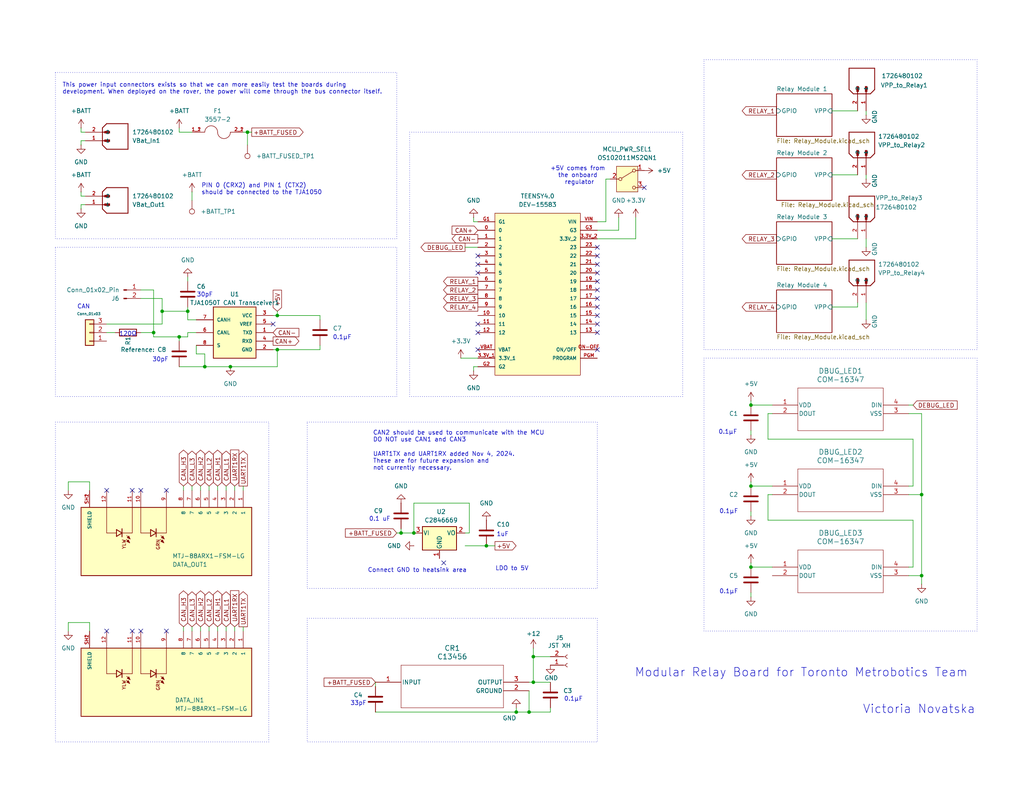
<source format=kicad_sch>
(kicad_sch (version 20231120) (generator "eeschema") (generator_version "8.0")
  (paper "User" 304.8 236.22)
  (lib_symbols
    (symbol "2025-02-13_02-19-55:L7812CD2T-TR" (pin_names (offset 0.254))
      (property "Reference" "CR" (at 22.86 10.16 0))
      (property "Value" "L7812CD2T-TR" (at 22.86 7.62 0))
      (symbol "L7812CD2T-TR_0_1"
        (pin input line (at 0 0 0) (length 7.62) (name "INPUT") (number "1"))
        (pin power_out line (at 45.72 -2.54 180) (length 7.62) (name "GROUND") (number "2"))
        (pin output line (at 45.72 0 180) (length 7.62) (name "OUTPUT") (number "3"))
      )
    )
    (symbol "Communications:TJA1050T_CM_118" (pin_names (offset 1.016))
      (property "Reference" "U" (at 0 11.43 0))
      (property "Value" "TJA1050T_CM_118" (at 0 8.89 0))
      (symbol "TJA1050T_CM_118_0_0"
        (pin input line (at 11.43 0 180) (length 5.08) (name "TXD") (number "1"))
        (pin power_in line (at 11.43 -5.08 180) (length 5.08) (name "GND") (number "2"))
        (pin power_in line (at 11.43 5.08 180) (length 5.08) (name "VCC") (number "3"))
        (pin output line (at 11.43 -2.54 180) (length 5.08) (name "RXD") (number "4"))
        (pin output line (at 11.43 2.54 180) (length 5.08) (name "VREF") (number "5"))
        (pin bidirectional line (at -11.43 0 0) (length 5.08) (name "CANL") (number "6"))
        (pin bidirectional line (at -11.43 3.81 0) (length 5.08) (name "CANH") (number "7"))
        (pin input line (at -11.43 -3.81 0) (length 5.08) (name "S") (number "8"))
      )
    )
    (symbol "Connector:Conn_01x02_Pin" (pin_names (offset 1.016) hide)
      (property "Reference" "J" (at 0 2.54 0))
      (property "Value" "Conn_01x02_Pin" (at 0 -5.08 0))
      (symbol "Conn_01x02_Pin_1_1"
        (pin passive line (at 5.08 0 180) (length 3.81) (name "Pin_1") (number "1"))
        (pin passive line (at 5.08 -2.54 180) (length 3.81) (name "Pin_2") (number "2"))
      )
    )
    (symbol "Connector:Conn_01x02_Socket" (pin_names (offset 1.016) hide)
      (property "Reference" "J" (at 0 2.54 0))
      (property "Value" "Conn_01x02_Socket" (at 0 -5.08 0))
      (symbol "Conn_01x02_Socket_1_1"
        (pin passive line (at -5.08 0 0) (length 3.81) (name "Pin_1") (number "1"))
        (pin passive line (at -5.08 -2.54 0) (length 3.81) (name "Pin_2") (number "2"))
      )
    )
    (symbol "Connector:TestPoint" (pin_numbers hide) (pin_names (offset 0.762) hide)
      (property "Reference" "TP" (at 0 6.858 0))
      (property "Value" "TestPoint" (at 0 5.08 0))
      (symbol "TestPoint_1_1"
        (pin passive line (at 0 0 90) (length 2.54) (name "1") (number "1"))
      )
    )
    (symbol "Connector_Generic:Conn_01x03" (pin_names (offset 1.016) hide)
      (property "Reference" "J" (at 0 5.08 0))
      (property "Value" "Conn_01x03" (at 0 -5.08 0))
      (symbol "Conn_01x03_1_1"
        (pin passive line (at -5.08 2.54 0) (length 3.81) (name "Pin_1") (number "1"))
        (pin passive line (at -5.08 0 0) (length 3.81) (name "Pin_2") (number "2"))
        (pin passive line (at -5.08 -2.54 0) (length 3.81) (name "Pin_3") (number "3"))
      )
    )
    (symbol "Device:C" (pin_numbers hide) (pin_names (offset 0.254))
      (property "Reference" "C" (at 0.635 2.54 0))
      (property "Value" "C" (at 0.635 -2.54 0))
      (symbol "C_1_1"
        (pin passive line (at 0 3.81 270) (length 2.794) (name "~") (number "1"))
        (pin passive line (at 0 -3.81 90) (length 2.794) (name "~") (number "2"))
      )
    )
    (symbol "Device:R" (pin_numbers hide) (pin_names (offset 0))
      (property "Reference" "R" (at 2.032 0 90))
      (property "Value" "R" (at 0 0 90))
      (symbol "R_1_1"
        (pin passive line (at 0 3.81 270) (length 1.27) (name "~") (number "1"))
        (pin passive line (at 0 -3.81 90) (length 1.27) (name "~") (number "2"))
      )
    )
    (symbol "Regulator_Linear:AP2127N3-1.2" (pin_names (offset 0.254))
      (property "Reference" "U" (at -3.81 3.175 0))
      (property "Value" "AP2127N3-1.2" (at 0 3.175 0))
      (symbol "AP2127N3-1.2_1_1"
        (pin power_in line (at 0 -7.62 90) (length 2.54) (name "GND") (number "1"))
        (pin power_out line (at 7.62 0 180) (length 2.54) (name "VO") (number "2"))
        (pin power_in line (at -7.62 0 0) (length 2.54) (name "VI") (number "3"))
      )
    )
    (symbol "TMR-25-1-1-0 Modular Control Board Template Symbols:1726480102" (pin_names (offset 1.016))
      (property "Reference" "J" (at 0 3.81 0))
      (property "Value" "1726480102" (at 0 -7.62 0))
      (symbol "1726480102_0_0"
        (pin passive line (at -5.08 0 0) (length 5.08) (name "1") (number "1"))
        (pin passive line (at -5.08 -2.54 0) (length 5.08) (name "2") (number "2"))
      )
    )
    (symbol "TMR-25-1-1-0 Modular Control Board Template Symbols:3557-2" (pin_names (offset 1.016))
      (property "Reference" "F" (at -2.54 5.08 0))
      (property "Value" "3557-2" (at -2.54 -5.08 0))
      (symbol "3557-2_0_0"
        (pin passive line (at -7.62 0 0) (length 2.54) (name "~") (number "1_1"))
        (pin passive line (at 7.62 0 180) (length 2.54) (name "~") (number "2_1"))
      )
      (symbol "3557-2_1_0"
        (pin passive line (at -7.62 0 0) (length 2.54) (name "~") (number "1_2"))
        (pin passive line (at 7.62 0 180) (length 2.54) (name "~") (number "2_2"))
      )
    )
    (symbol "TMR-25-1-1-0 Modular Control Board Template Symbols:COM-16347" (pin_names (offset 0.254))
      (property "Reference" "LED" (at 0 11.43 0))
      (property "Value" "COM-16347" (at 0 8.89 0))
      (symbol "COM-16347_0_1"
        (pin power_in line (at -20.32 1.27 0) (length 7.62) (name "VDD") (number "1"))
        (pin output line (at -20.32 -1.27 0) (length 7.62) (name "DOUT") (number "2"))
        (pin power_out line (at 20.32 -1.27 180) (length 7.62) (name "VSS") (number "3"))
        (pin input line (at 20.32 1.27 180) (length 7.62) (name "DIN") (number "4"))
      )
    )
    (symbol "TMR-25-1-1-0 Modular Control Board Template Symbols:DEV-15583" (pin_names (offset 1.016))
      (property "Reference" "U" (at -12.7 23.622 0))
      (property "Value" "DEV-15583" (at -12.7 -27.94 0))
      (symbol "DEV-15583_0_0"
        (pin bidirectional line (at -17.78 17.78 0) (length 5.08) (name "0") (number "0"))
        (pin bidirectional line (at -17.78 15.24 0) (length 5.08) (name "1") (number "1"))
        (pin bidirectional line (at -17.78 -7.62 0) (length 5.08) (name "10") (number "10"))
        (pin bidirectional line (at -17.78 -10.16 0) (length 5.08) (name "11") (number "11"))
        (pin bidirectional line (at -17.78 -12.7 0) (length 5.08) (name "12") (number "12"))
        (pin bidirectional line (at 17.78 -12.7 180) (length 5.08) (name "13") (number "13"))
        (pin bidirectional line (at 17.78 -10.16 180) (length 5.08) (name "14") (number "14"))
        (pin bidirectional line (at 17.78 -7.62 180) (length 5.08) (name "15") (number "15"))
        (pin bidirectional line (at 17.78 -5.08 180) (length 5.08) (name "16") (number "16"))
        (pin bidirectional line (at 17.78 -2.54 180) (length 5.08) (name "17") (number "17"))
        (pin bidirectional line (at 17.78 0 180) (length 5.08) (name "18") (number "18"))
        (pin bidirectional line (at 17.78 2.54 180) (length 5.08) (name "19") (number "19"))
        (pin bidirectional line (at -17.78 12.7 0) (length 5.08) (name "2") (number "2"))
        (pin bidirectional line (at 17.78 5.08 180) (length 5.08) (name "20") (number "20"))
        (pin bidirectional line (at 17.78 7.62 180) (length 5.08) (name "21") (number "21"))
        (pin bidirectional line (at 17.78 10.16 180) (length 5.08) (name "22") (number "22"))
        (pin bidirectional line (at 17.78 12.7 180) (length 5.08) (name "23") (number "23"))
        (pin bidirectional line (at -17.78 10.16 0) (length 5.08) (name "3") (number "3"))
        (pin power_in line (at -17.78 -20.32 0) (length 5.08) (name "3.3V_1") (number "3.3V_1"))
        (pin power_in line (at 17.78 15.24 180) (length 5.08) (name "3.3V_2") (number "3.3V_2"))
        (pin bidirectional line (at -17.78 7.62 0) (length 5.08) (name "4") (number "4"))
        (pin bidirectional line (at -17.78 5.08 0) (length 5.08) (name "5") (number "5"))
        (pin bidirectional line (at -17.78 2.54 0) (length 5.08) (name "6") (number "6"))
        (pin bidirectional line (at -17.78 0 0) (length 5.08) (name "7") (number "7"))
        (pin bidirectional line (at -17.78 -2.54 0) (length 5.08) (name "8") (number "8"))
        (pin bidirectional line (at -17.78 -5.08 0) (length 5.08) (name "9") (number "9"))
        (pin power_in line (at -17.78 20.32 0) (length 5.08) (name "G1") (number "G1"))
        (pin power_in line (at -17.78 -22.86 0) (length 5.08) (name "G2") (number "G2"))
        (pin power_in line (at 17.78 17.78 180) (length 5.08) (name "G3") (number "G3"))
        (pin bidirectional line (at 17.78 -17.78 180) (length 5.08) (name "ON/OFF") (number "ON-OFF"))
        (pin bidirectional line (at 17.78 -20.32 180) (length 5.08) (name "PROGRAM") (number "PGM"))
        (pin power_in line (at -17.78 -17.78 0) (length 5.08) (name "VBAT") (number "VBAT"))
        (pin power_in line (at 17.78 20.32 180) (length 5.08) (name "VIN") (number "VIN"))
      )
    )
    (symbol "TMR-25-1-1-0 Modular Control Board Template Symbols:MTJ-88ARX1-FSM-LG" (pin_names (offset 1.016))
      (property "Reference" "J" (at -10.16 26.67 0))
      (property "Value" "MTJ-88ARX1-FSM-LG" (at -10.16 -26.67 0))
      (symbol "MTJ-88ARX1-FSM-LG_0_0"
        (text "GRN" (at -0.762 -3.048 0) (effects (font (size 1.016 1.016)) (justify left top)))
        (text "YLW" (at -0.762 -13.208 0) (effects (font (size 1.016 1.016)) (justify left top)))
        (pin passive line (at -15.24 22.86 0) (length 5.08) (name "1") (number "1"))
        (pin passive line (at -15.24 -7.62 0) (length 5.08) (name "~") (number "10"))
        (pin passive line (at -15.24 -10.16 0) (length 5.08) (name "~") (number "11"))
        (pin passive line (at -15.24 -17.78 0) (length 5.08) (name "~") (number "12"))
        (pin passive line (at -15.24 20.32 0) (length 5.08) (name "2") (number "2"))
        (pin passive line (at -15.24 17.78 0) (length 5.08) (name "3") (number "3"))
        (pin passive line (at -15.24 15.24 0) (length 5.08) (name "4") (number "4"))
        (pin passive line (at -15.24 12.7 0) (length 5.08) (name "5") (number "5"))
        (pin passive line (at -15.24 10.16 0) (length 5.08) (name "6") (number "6"))
        (pin passive line (at -15.24 7.62 0) (length 5.08) (name "7") (number "7"))
        (pin passive line (at -15.24 5.08 0) (length 5.08) (name "8") (number "8"))
        (pin passive line (at -15.24 0 0) (length 5.08) (name "~") (number "9"))
        (pin passive line (at -15.24 -22.86 0) (length 5.08) (name "SHIELD") (number "SH1"))
        (pin passive line (at -15.24 -22.86 0) (length 5.08) (name "SHIELD") (number "SH2"))
      )
    )
    (symbol "TMR-25-1-1-0 Modular Control Board Template Symbols:OS102011MS2QN1" (pin_names (offset 0) hide)
      (property "Reference" "SW" (at 0 5.08 0))
      (property "Value" "OS102011MS2QN1" (at 0 -5.08 0))
      (symbol "OS102011MS2QN1_1_1"
        (pin passive line (at 5.08 2.54 180) (length 2.54) (name "A") (number "1"))
        (pin passive line (at -5.08 0 0) (length 2.54) (name "B") (number "2"))
        (pin passive line (at 5.08 -2.54 180) (length 2.54) (name "C") (number "3"))
      )
    )
    (symbol "power:+3.3V" (power) (pin_numbers hide) (pin_names (offset 0) hide)
      (property "Value" "+3.3V" (at 0 3.556 0))
      (symbol "+3.3V_1_1"
        (pin power_in line (at 0 0 90) (length 0) (name "~") (number "1"))
      )
    )
    (symbol "power:+5V" (power) (pin_numbers hide) (pin_names (offset 0) hide)
      (property "Value" "+5V" (at 0 3.556 0))
      (symbol "+5V_1_1"
        (pin power_in line (at 0 0 90) (length 0) (name "~") (number "1"))
      )
    )
    (symbol "power:+BATT" (power) (pin_numbers hide) (pin_names (offset 0) hide)
      (property "Value" "+BATT" (at 0 3.556 0))
      (symbol "+BATT_1_1"
        (pin power_in line (at 0 0 90) (length 0) (name "~") (number "1"))
      )
    )
    (symbol "power:GND" (power) (pin_numbers hide) (pin_names (offset 0) hide)
      (property "Value" "GND" (at 0 -3.81 0))
      (symbol "GND_1_1"
        (pin power_in line (at 0 0 270) (length 0) (name "~") (number "1"))
      )
    )
  )
  (junction (at 68.58 109.22))
  (junction (at 153.67 212.09))
  (junction (at 158.75 203.2))
  (junction (at 223.52 144.78))
  (junction (at 48.26 92.71))
  (junction (at 274.32 147.32))
  (junction (at 158.75 195.58))
  (junction (at 223.52 168.91))
  (junction (at 82.55 93.98))
  (junction (at 119.38 158.75))
  (junction (at 157.48 212.09))
  (junction (at 82.55 104.14))
  (junction (at 144.78 162.56))
  (junction (at 55.88 92.71))
  (junction (at 123.19 158.75))
  (junction (at 274.32 171.45))
  (junction (at 73.66 39.37))
  (junction (at 45.72 99.06))
  (junction (at 53.34 100.33))
  (junction (at 223.52 120.65))
  (junction (at 60.96 109.22))
  (no_connect (at 177.8 73.66))
  (no_connect (at 177.8 83.82))
  (no_connect (at 39.37 187.96))
  (no_connect (at 142.24 81.28))
  (no_connect (at 177.8 88.9))
  (no_connect (at 39.37 146.05))
  (no_connect (at 177.8 78.74))
  (no_connect (at 132.08 167.64))
  (no_connect (at 177.8 99.06))
  (no_connect (at 177.8 96.52))
  (no_connect (at 81.28 96.52))
  (no_connect (at 177.8 93.98))
  (no_connect (at 142.24 76.2))
  (no_connect (at 49.53 187.96))
  (no_connect (at 142.24 78.74))
  (no_connect (at 142.24 104.14))
  (no_connect (at 41.91 187.96))
  (no_connect (at 177.8 104.14))
  (no_connect (at 177.8 81.28))
  (no_connect (at 177.8 86.36))
  (no_connect (at 142.24 99.06))
  (no_connect (at 177.8 91.44))
  (no_connect (at 191.77 55.88))
  (no_connect (at 31.75 187.96))
  (no_connect (at 177.8 76.2))
  (no_connect (at 142.24 96.52))
  (no_connect (at 31.75 146.05))
  (no_connect (at 41.91 146.05))
  (no_connect (at 49.53 146.05))
  (wire (pts (xy 163.83 212.09) (xy 163.83 210.82)))
  (wire (pts (xy 55.88 99.06) (xy 55.88 100.33)))
  (wire (pts (xy 247.65 33.02) (xy 255.27 33.02)))
  (wire (pts (xy 111.76 212.09) (xy 153.67 212.09)))
  (wire (pts (xy 82.55 109.22) (xy 68.58 109.22)))
  (wire (pts (xy 95.25 95.25) (xy 95.25 93.98)))
  (wire (pts (xy 271.78 144.78) (xy 270.51 144.78)))
  (wire (pts (xy 25.4 60.96) (xy 24.13 60.96)))
  (wire (pts (xy 59.69 144.78) (xy 59.69 146.05)))
  (wire (pts (xy 62.23 186.69) (xy 62.23 187.96)))
  (wire (pts (xy 64.77 144.78) (xy 64.77 146.05)))
  (wire (pts (xy 257.81 33.02) (xy 257.81 34.29)))
  (wire (pts (xy 158.75 195.58) (xy 163.83 195.58)))
  (wire (pts (xy 189.23 64.77) (xy 189.23 71.12)))
  (wire (pts (xy 271.78 168.91) (xy 270.51 168.91)))
  (wire (pts (xy 140.97 109.22) (xy 142.24 109.22)))
  (wire (pts (xy 228.6 123.19) (xy 228.6 130.81)))
  (wire (pts (xy 82.55 104.14) (xy 81.28 104.14)))
  (wire (pts (xy 72.39 144.78) (xy 72.39 146.05)))
  (wire (pts (xy 41.91 86.36) (xy 45.72 86.36)))
  (wire (pts (xy 274.32 147.32) (xy 274.32 171.45)))
  (wire (pts (xy 271.78 130.81) (xy 271.78 144.78)))
  (wire (pts (xy 24.13 58.42) (xy 25.4 58.42)))
  (wire (pts (xy 41.91 88.9) (xy 48.26 88.9)))
  (wire (pts (xy 54.61 144.78) (xy 54.61 146.05)))
  (wire (pts (xy 255.27 90.17) (xy 255.27 91.44)))
  (wire (pts (xy 57.15 57.15) (xy 57.15 59.69)))
  (wire (pts (xy 69.85 144.78) (xy 69.85 146.05)))
  (wire (pts (xy 73.66 39.37) (xy 74.93 39.37)))
  (wire (pts (xy 64.77 186.69) (xy 64.77 187.96)))
  (wire (pts (xy 55.88 95.25) (xy 58.42 95.25)))
  (wire (pts (xy 20.32 187.96) (xy 20.32 185.42)))
  (wire (pts (xy 123.19 149.86) (xy 139.7 149.86)))
  (wire (pts (xy 157.48 203.2) (xy 158.75 203.2)))
  (wire (pts (xy 257.81 90.17) (xy 257.81 95.25)))
  (wire (pts (xy 57.15 39.37) (xy 53.34 39.37)))
  (wire (pts (xy 53.34 100.33) (xy 55.88 100.33)))
  (wire (pts (xy 24.13 57.15) (xy 24.13 58.42)))
  (wire (pts (xy 55.88 92.71) (xy 55.88 95.25)))
  (wire (pts (xy 274.32 123.19) (xy 270.51 123.19)))
  (wire (pts (xy 24.13 62.23) (xy 24.13 60.96)))
  (wire (pts (xy 55.88 99.06) (xy 58.42 99.06)))
  (wire (pts (xy 228.6 130.81) (xy 271.78 130.81)))
  (wire (pts (xy 137.16 106.68) (xy 142.24 106.68)))
  (wire (pts (xy 223.52 143.51) (xy 223.52 144.78)))
  (wire (pts (xy 138.43 73.66) (xy 142.24 73.66)))
  (wire (pts (xy 55.88 91.44) (xy 55.88 92.71)))
  (wire (pts (xy 228.6 147.32) (xy 228.6 154.94)))
  (wire (pts (xy 257.81 71.12) (xy 257.81 73.66)))
  (wire (pts (xy 158.75 195.58) (xy 158.75 203.2)))
  (wire (pts (xy 26.67 143.51) (xy 26.67 146.05)))
  (wire (pts (xy 180.34 66.04) (xy 177.8 66.04)))
  (wire (pts (xy 48.26 88.9) (xy 48.26 92.71)))
  (wire (pts (xy 223.52 167.64) (xy 223.52 168.91)))
  (wire (pts (xy 223.52 176.53) (xy 223.52 177.8)))
  (wire (pts (xy 180.34 53.34) (xy 181.61 53.34)))
  (wire (pts (xy 247.65 71.12) (xy 255.27 71.12)))
  (wire (pts (xy 68.58 109.22) (xy 60.96 109.22)))
  (wire (pts (xy 48.26 96.52) (xy 48.26 92.71)))
  (wire (pts (xy 95.25 104.14) (xy 82.55 104.14)))
  (wire (pts (xy 57.15 186.69) (xy 57.15 187.96)))
  (wire (pts (xy 158.75 193.04) (xy 158.75 195.58)))
  (wire (pts (xy 229.87 147.32) (xy 228.6 147.32)))
  (wire (pts (xy 95.25 102.87) (xy 95.25 104.14)))
  (wire (pts (xy 45.72 99.06) (xy 45.72 100.33)))
  (wire (pts (xy 118.11 158.75) (xy 119.38 158.75)))
  (wire (pts (xy 139.7 158.75) (xy 138.43 158.75)))
  (wire (pts (xy 189.23 71.12) (xy 177.8 71.12)))
  (wire (pts (xy 58.42 105.41) (xy 60.96 105.41)))
  (wire (pts (xy 271.78 120.65) (xy 270.51 120.65)))
  (wire (pts (xy 119.38 158.75) (xy 119.38 157.48)))
  (wire (pts (xy 140.97 110.49) (xy 140.97 109.22)))
  (wire (pts (xy 26.67 185.42) (xy 26.67 187.96)))
  (wire (pts (xy 24.13 38.1) (xy 24.13 39.37)))
  (wire (pts (xy 184.15 68.58) (xy 177.8 68.58)))
  (wire (pts (xy 163.83 212.09) (xy 157.48 212.09)))
  (wire (pts (xy 69.85 186.69) (xy 69.85 187.96)))
  (wire (pts (xy 60.96 105.41) (xy 60.96 109.22)))
  (wire (pts (xy 59.69 186.69) (xy 59.69 187.96)))
  (wire (pts (xy 119.38 158.75) (xy 123.19 158.75)))
  (wire (pts (xy 184.15 64.77) (xy 184.15 68.58)))
  (wire (pts (xy 55.88 82.55) (xy 55.88 83.82)))
  (wire (pts (xy 58.42 102.87) (xy 58.42 105.41)))
  (wire (pts (xy 223.52 144.78) (xy 229.87 144.78)))
  (wire (pts (xy 180.34 53.34) (xy 180.34 66.04)))
  (wire (pts (xy 67.31 144.78) (xy 67.31 146.05)))
  (wire (pts (xy 158.75 203.2) (xy 163.83 203.2)))
  (wire (pts (xy 140.97 66.04) (xy 140.97 64.77)))
  (wire (pts (xy 24.13 39.37) (xy 25.4 39.37)))
  (wire (pts (xy 53.34 100.33) (xy 53.34 101.6)))
  (wire (pts (xy 271.78 154.94) (xy 271.78 168.91)))
  (wire (pts (xy 138.43 162.56) (xy 144.78 162.56)))
  (wire (pts (xy 73.66 43.18) (xy 73.66 39.37)))
  (wire (pts (xy 153.67 210.82) (xy 153.67 212.09)))
  (wire (pts (xy 274.32 123.19) (xy 274.32 147.32)))
  (wire (pts (xy 247.65 52.07) (xy 255.27 52.07)))
  (wire (pts (xy 229.87 123.19) (xy 228.6 123.19)))
  (wire (pts (xy 24.13 43.18) (xy 24.13 41.91)))
  (wire (pts (xy 41.91 99.06) (xy 45.72 99.06)))
  (wire (pts (xy 274.32 173.99) (xy 274.32 171.45)))
  (wire (pts (xy 82.55 104.14) (xy 82.55 109.22)))
  (wire (pts (xy 20.32 146.05) (xy 20.32 143.51)))
  (wire (pts (xy 157.48 205.74) (xy 157.48 212.09)))
  (wire (pts (xy 45.72 86.36) (xy 45.72 99.06)))
  (wire (pts (xy 53.34 39.37) (xy 53.34 38.1)))
  (wire (pts (xy 247.65 91.44) (xy 255.27 91.44)))
  (wire (pts (xy 31.75 99.06) (xy 34.29 99.06)))
  (wire (pts (xy 72.39 186.69) (xy 72.39 187.96)))
  (wire (pts (xy 60.96 109.22) (xy 53.34 109.22)))
  (wire (pts (xy 24.13 41.91) (xy 25.4 41.91)))
  (wire (pts (xy 31.75 96.52) (xy 48.26 96.52)))
  (wire (pts (xy 153.67 212.09) (xy 157.48 212.09)))
  (wire (pts (xy 223.52 168.91) (xy 229.87 168.91)))
  (wire (pts (xy 223.52 120.65) (xy 229.87 120.65)))
  (wire (pts (xy 111.76 204.47) (xy 111.76 203.2)))
  (wire (pts (xy 45.72 100.33) (xy 53.34 100.33)))
  (wire (pts (xy 270.51 171.45) (xy 274.32 171.45)))
  (wire (pts (xy 223.52 128.27) (xy 223.52 129.54)))
  (wire (pts (xy 82.55 92.71) (xy 82.55 93.98)))
  (wire (pts (xy 20.32 143.51) (xy 26.67 143.51)))
  (wire (pts (xy 82.55 93.98) (xy 81.28 93.98)))
  (wire (pts (xy 62.23 144.78) (xy 62.23 146.05)))
  (wire (pts (xy 270.51 147.32) (xy 274.32 147.32)))
  (wire (pts (xy 48.26 92.71) (xy 55.88 92.71)))
  (wire (pts (xy 228.6 154.94) (xy 271.78 154.94)))
  (wire (pts (xy 223.52 119.38) (xy 223.52 120.65)))
  (wire (pts (xy 139.7 149.86) (xy 139.7 158.75)))
  (wire (pts (xy 67.31 186.69) (xy 67.31 187.96)))
  (wire (pts (xy 142.24 66.04) (xy 140.97 66.04)))
  (wire (pts (xy 257.81 52.07) (xy 257.81 53.34)))
  (wire (pts (xy 72.39 39.37) (xy 73.66 39.37)))
  (wire (pts (xy 147.32 162.56) (xy 144.78 162.56)))
  (wire (pts (xy 223.52 152.4) (xy 223.52 153.67)))
  (wire (pts (xy 95.25 93.98) (xy 82.55 93.98)))
  (wire (pts (xy 57.15 144.78) (xy 57.15 146.05)))
  (wire (pts (xy 54.61 186.69) (xy 54.61 187.96)))
  (wire (pts (xy 123.19 158.75) (xy 123.19 149.86)))
  (wire (pts (xy 20.32 185.42) (xy 26.67 185.42)))
  (rectangle (start 16.51 21.59) (end 118.11 71.12) (stroke (width 0) (type dot)))
  (rectangle (start 121.92 39.37) (end 203.2 118.11) (stroke (width 0) (type dot)))
  (rectangle (start 209.55 17.78) (end 290.83 104.14) (stroke (width 0) (type dot)))
  (rectangle (start 91.44 125.73) (end 177.8 175.26) (stroke (width 0) (type dot)))
  (rectangle (start 16.51 125.73) (end 80.01 220.98) (stroke (width 0) (type dot)))
  (rectangle (start 209.55 106.68) (end 290.83 187.96) (stroke (width 0) (type dot)))
  (rectangle (start 91.44 184.15) (end 177.8 220.98) (stroke (width 0) (type dot)))
  (rectangle (start 16.51 73.66) (end 118.11 118.11) (stroke (width 0) (type dot)))
  (text "0.1µF" (at 101.854 100.584 0) (effects (font (size 1.27 1.27))))
  (text "33pF" (at 106.68 209.55 0) (effects (font (size 1.27 1.27))))
  (text "30pF" (at 47.752 107.188 0) (effects (font (size 1.27 1.27))))
  (text "+5V comes from \nthe onboard \nregulator\n" (at 172.466 52.324 0) (effects (font (size 1.27 1.27))))
  (text "CAN2 should be used to communicate with the MCU\nDO NOT use CAN1 and CAN3\n" (at 110.998 130.048 0) (effects (font (size 1.27 1.27)) (justify left)))
  (text "0.1µF" (at 216.916 176.276 0) (effects (font (size 1.27 1.27))))
  (text "Victoria Novatska" (at 273.558 211.328 0) (effects (font (size 2.54 2.54))))
  (text "LDO to 5V\n" (at 152.4 169.418 0) (effects (font (size 1.27 1.27))))
  (text "Modular Relay Board for Toronto Metrobotics Team" (at 238.506 200.406 0) (effects (font (size 2.54 2.54))))
  (text "This power input connectors exists so that we can more easily test the boards during \ndevelopment. When deployed on the rover, the power will come through the bus connector itself." (at 18.542 26.416 0) (effects (font (size 1.27 1.27)) (justify left)))
  (text "PIN 0 (CRX2) and PIN 1 (CTX2)\nshould be connected to the TJA1050" (at 59.944 56.388 0) (effects (font (size 1.27 1.27)) (justify left)))
  (text "0.1µF" (at 216.662 128.778 0) (effects (font (size 1.27 1.27))))
  (text "Connect GND to heatsink area" (at 124.206 169.926 0) (effects (font (size 1.27 1.27))))
  (text "120Ω" (at 38.1 99.568 0) (effects (font (size 1.27 1.27))))
  (text "30pF" (at 60.96 87.884 0) (effects (font (size 1.27 1.27))))
  (text "0.1 uF" (at 113.03 154.686 0) (effects (font (size 1.27 1.27))))
  (text "0.1µF" (at 216.916 152.4 0) (effects (font (size 1.27 1.27))))
  (text "1uF" (at 149.606 159.258 0) (effects (font (size 1.27 1.27))))
  (text "UART1TX and UART1RX added Nov 4, 2024.\nThese are for future expansion and\nnot currently necessary." (at 110.998 137.414 0) (effects (font (size 1.27 1.27)) (justify left)))
  (text "0.1µF" (at 170.688 208.28 0) (effects (font (size 1.27 1.27))))
  (text "CAN" (at 24.892 91.44 0) (effects (font (size 1.27 1.27))))
  (global_label "UART1TX" (shape output) (at 72.39 186.69 90) (property "Intersheetrefs" "${INTERSHEET_REFS}" (effects (hide yes))))
  (global_label "CAN-" (shape input) (at 81.28 99.06 0) (property "Intersheetrefs" "${INTERSHEET_REFS}" (effects (hide yes))))
  (global_label "CAN_H2" (shape bidirectional) (at 59.69 144.78 90) (property "Intersheetrefs" "${INTERSHEET_REFS}" (effects (hide yes))))
  (global_label "CAN_H3" (shape bidirectional) (at 54.61 144.78 90) (property "Intersheetrefs" "${INTERSHEET_REFS}" (effects (hide yes))))
  (global_label "+BATT_FUSED" (shape output) (at 74.93 39.37 0) (property "Intersheetrefs" "${INTERSHEET_REFS}" (effects (hide yes))))
  (global_label "CAN_H1" (shape bidirectional) (at 64.77 144.78 90) (property "Intersheetrefs" "${INTERSHEET_REFS}" (effects (hide yes))))
  (global_label "UART1RX" (shape input) (at 69.85 144.78 90) (property "Intersheetrefs" "${INTERSHEET_REFS}" (effects (hide yes))))
  (global_label "RELAY_2" (shape output) (at 231.14 52.07 180) (property "Intersheetrefs" "${INTERSHEET_REFS}" (effects (hide yes))))
  (global_label "CAN_L1" (shape bidirectional) (at 67.31 186.69 90) (property "Intersheetrefs" "${INTERSHEET_REFS}" (effects (hide yes))))
  (global_label "CAN_H2" (shape bidirectional) (at 59.69 186.69 90) (property "Intersheetrefs" "${INTERSHEET_REFS}" (effects (hide yes))))
  (global_label "CAN+" (shape input) (at 142.24 68.58 180) (property "Intersheetrefs" "${INTERSHEET_REFS}" (effects (hide yes))) (property "Note" "RX2" (effects (hide yes))))
  (global_label "RELAY_3" (shape output) (at 142.24 88.9 180) (property "Intersheetrefs" "${INTERSHEET_REFS}" (effects (hide yes))))
  (global_label "RELAY_2" (shape output) (at 142.24 86.36 180) (property "Intersheetrefs" "${INTERSHEET_REFS}" (effects (hide yes))))
  (global_label "+5V" (shape input) (at 82.55 92.71 90) (property "Intersheetrefs" "${INTERSHEET_REFS}" (effects (hide yes))))
  (global_label "RELAY_1" (shape output) (at 231.14 33.02 180) (property "Intersheetrefs" "${INTERSHEET_REFS}" (effects (hide yes))))
  (global_label "DEBUG_LED" (shape input) (at 271.78 120.65 0) (property "Intersheetrefs" "${INTERSHEET_REFS}" (effects (hide yes))))
  (global_label "CAN_L3" (shape bidirectional) (at 57.15 186.69 90) (property "Intersheetrefs" "${INTERSHEET_REFS}" (effects (hide yes))))
  (global_label "+BATT_FUSED" (shape input) (at 118.11 158.75 180) (property "Intersheetrefs" "${INTERSHEET_REFS}" (effects (hide yes))))
  (global_label "CAN_L2" (shape bidirectional) (at 62.23 144.78 90) (property "Intersheetrefs" "${INTERSHEET_REFS}" (effects (hide yes))))
  (global_label "RELAY_4" (shape output) (at 231.14 91.44 180) (property "Intersheetrefs" "${INTERSHEET_REFS}" (effects (hide yes))))
  (global_label "RELAY_1" (shape output) (at 142.24 83.82 180) (property "Intersheetrefs" "${INTERSHEET_REFS}" (effects (hide yes))))
  (global_label "RELAY_4" (shape output) (at 142.24 91.44 180) (property "Intersheetrefs" "${INTERSHEET_REFS}" (effects (hide yes))))
  (global_label "CAN_H1" (shape bidirectional) (at 64.77 186.69 90) (property "Intersheetrefs" "${INTERSHEET_REFS}" (effects (hide yes))))
  (global_label "UART1RX" (shape input) (at 69.85 186.69 90) (property "Intersheetrefs" "${INTERSHEET_REFS}" (effects (hide yes))))
  (global_label "+BATT_FUSED" (shape input) (at 111.76 203.2 180) (property "Intersheetrefs" "${INTERSHEET_REFS}" (effects (hide yes))))
  (global_label "CAN_L3" (shape bidirectional) (at 57.15 144.78 90) (property "Intersheetrefs" "${INTERSHEET_REFS}" (effects (hide yes))))
  (global_label "CAN+" (shape output) (at 81.28 101.6 0) (property "Intersheetrefs" "${INTERSHEET_REFS}" (effects (hide yes))))
  (global_label "CAN_L1" (shape bidirectional) (at 67.31 144.78 90) (property "Intersheetrefs" "${INTERSHEET_REFS}" (effects (hide yes))))
  (global_label "UART1TX" (shape output) (at 72.39 144.78 90) (property "Intersheetrefs" "${INTERSHEET_REFS}" (effects (hide yes))))
  (global_label "RELAY_3" (shape output) (at 231.14 71.12 180) (property "Intersheetrefs" "${INTERSHEET_REFS}" (effects (hide yes))))
  (global_label "+5V" (shape output) (at 147.32 162.56 0) (property "Intersheetrefs" "${INTERSHEET_REFS}" (effects (hide yes))))
  (global_label "CAN_L2" (shape bidirectional) (at 62.23 186.69 90) (property "Intersheetrefs" "${INTERSHEET_REFS}" (effects (hide yes))))
  (global_label "DEBUG_LED" (shape output) (at 138.43 73.66 180) (property "Intersheetrefs" "${INTERSHEET_REFS}" (effects (hide yes))))
  (global_label "CAN-" (shape output) (at 142.24 71.12 180) (property "Intersheetrefs" "${INTERSHEET_REFS}" (effects (hide yes))))
  (global_label "CAN_H3" (shape bidirectional) (at 54.61 186.69 90) (property "Intersheetrefs" "${INTERSHEET_REFS}" (effects (hide yes))))
  (symbol (lib_id "power:GND") (at 140.97 64.77 180) (unit 1)
    (property "Reference" "#PWR06" (effects (hide yes)))
    (property "Value" "GND" (at 140.97 59.69 0))
    (property "Description" "Power symbol creates a global label with name \"GND\" , ground" (effects (hide yes)))
  )
  (symbol (lib_id "Device:C") (at 223.52 148.59 0) (mirror y) (unit 1)
    (property "Reference" "C2" (at 219.71 147.3199 0) (effects (justify left)))
    (property "Value" "CL21B104KBCNNNC" (effects (hide yes)))
    (property "Footprint" "Capacitor_SMD:C_0805_2012Metric_Pad1.18x1.45mm_HandSolder" (effects (hide yes)))
    (property "Description" "Unpolarized capacitor" (effects (hide yes)))
  )
  (symbol (lib_id "TMR-25-1-1-0 Modular Control Board Template Symbols:MTJ-88ARX1-FSM-LG") (at 49.53 161.29 270) (unit 1) (in_bom no)
    (property "Reference" "DATA_OUT1" (at 51.308 168.148 90) (effects (justify left)))
    (property "Value" "MTJ-88ARX1-FSM-LG" (at 51.308 165.608 90) (effects (justify left)))
    (property "Footprint" "TMR-25-1-1-0 Modular Control Board Template Footprints:ADAMTECH_MTJ-88ARX1-FSM-LG" (effects (hide yes)))
    (property "MF" "Adam Tech" (effects (hide yes)))
    (property "MAXIMUM_PACKAGE_HEIGHT" "13.20mm" (effects (hide yes)))
    (property "SnapEDA_Link" "https://www.snapeda.com/parts/MTJ-88ARX1-FSM-LG/Adam+Tech/view-part/?ref=snap" (effects (hide yes)))
    (property "MP" "MTJ-88ARX1-FSM-LG" (effects (hide yes)))
    (property "Availability" "In Stock" (effects (hide yes)))
    (property "MANUFACTURER" "Adam Tech" (effects (hide yes)))
  )
  (symbol (lib_id "Device:C") (at 223.52 172.72 0) (mirror y) (unit 1)
    (property "Reference" "C5" (at 219.71 171.4499 0) (effects (justify left)))
    (property "Value" "CL21B104KBCNNNC" (effects (hide yes)))
    (property "Footprint" "Capacitor_SMD:C_0805_2012Metric_Pad1.18x1.45mm_HandSolder" (effects (hide yes)))
    (property "Description" "Unpolarized capacitor" (effects (hide yes)))
  )
  (symbol (lib_id "TMR-25-1-1-0 Modular Control Board Template Symbols:1726480102") (at 257.81 85.09 270) (mirror x) (unit 1) (in_bom no)
    (property "Reference" "VPP_to_Relay4" (at 261.366 81.28 90) (effects (justify left)))
    (property "Value" "1726480102" (at 261.366 78.74 90) (effects (justify left)))
    (property "Footprint" "TMR-25-1-1-0 Modular Control Board Template Footprints:MOLEX_1726480102" (effects (hide yes)))
  )
  (symbol (lib_id "power:GND") (at 223.52 153.67 0) (unit 1)
    (property "Reference" "#PWR012" (effects (hide yes)))
    (property "Value" "GND" (at 223.52 158.75 0))
    (property "Description" "Power symbol creates a global label with name \"GND\" , ground" (effects (hide yes)))
  )
  (symbol (lib_id "power:+BATT") (at 24.13 57.15 0) (unit 1)
    (property "Reference" "#PWR09" (effects (hide yes)))
    (property "Value" "+BATT" (at 24.13 52.07 0))
    (property "Description" "Power symbol creates a global label with name \"+BATT\"" (effects (hide yes)))
  )
  (symbol (lib_id "power:+BATT") (at 24.13 38.1 0) (unit 1)
    (property "Reference" "#PWR03" (effects (hide yes)))
    (property "Value" "+BATT" (at 24.13 33.02 0))
    (property "Description" "Power symbol creates a global label with name \"+BATT\"" (effects (hide yes)))
  )
  (symbol (lib_id "TMR-25-1-1-0 Modular Control Board Template Symbols:1726480102") (at 257.81 46.99 270) (mirror x) (unit 1) (in_bom no)
    (property "Reference" "VPP_to_Relay2" (at 261.366 43.18 90) (effects (justify left)))
    (property "Value" "1726480102" (at 261.366 40.64 90) (effects (justify left)))
    (property "Footprint" "TMR-25-1-1-0 Modular Control Board Template Footprints:MOLEX_1726480102" (effects (hide yes)))
  )
  (symbol (lib_id "power:+5V") (at 223.52 143.51 0) (unit 1)
    (property "Reference" "#PWR010" (effects (hide yes)))
    (property "Value" "+5V" (at 223.52 138.43 0))
    (property "Description" "Power symbol creates a global label with name \"+5V\"" (effects (hide yes)))
  )
  (symbol (lib_id "power:GND") (at 119.38 149.86 180) (unit 1)
    (property "Reference" "#PWR025" (effects (hide yes)))
    (property "Value" "GND" (at 119.38 144.78 0))
    (property "Description" "Power symbol creates a global label with name \"GND\" , ground" (effects (hide yes)))
  )
  (symbol (lib_id "Device:C") (at 144.78 158.75 0) (mirror x) (unit 1)
    (property "Reference" "C10" (at 147.828 156.21 0) (effects (justify left)))
    (property "Value" "CL21B105KAFNFNE" (effects (hide yes)))
    (property "Footprint" "Capacitor_SMD:C_0805_2012Metric_Pad1.18x1.45mm_HandSolder" (effects (hide yes)))
    (property "Description" "Unpolarized capacitor" (effects (hide yes)))
  )
  (symbol (lib_id "Connector:Conn_01x02_Socket") (at 168.91 198.12 0) (mirror x) (unit 1) (in_bom no)
    (property "Reference" "J5" (at 165.354 189.992 0) (effects (justify left)))
    (property "Value" "JST XH" (at 163.068 192.278 0) (effects (justify left)))
    (property "Footprint" "Connector_JST:JST_XH_B2B-XH-A_1x02_P2.50mm_Vertical" (effects (hide yes)))
    (property "Description" "Generic connector, single row, 01x02, script generated" (effects (hide yes)))
  )
  (symbol (lib_id "power:GND") (at 144.78 154.94 180) (unit 1)
    (property "Reference" "#PWR026" (effects (hide yes)))
    (property "Value" "GND" (at 144.78 149.86 0))
    (property "Description" "Power symbol creates a global label with name \"GND\" , ground" (effects (hide yes)))
  )
  (symbol (lib_id "power:GND") (at 68.58 109.22 0) (unit 1)
    (property "Reference" "#PWR023" (effects (hide yes)))
    (property "Value" "GND" (at 68.58 114.3 0))
    (property "Description" "Power symbol creates a global label with name \"GND\" , ground" (effects (hide yes)))
  )
  (symbol (lib_id "TMR-25-1-1-0 Modular Control Board Template Symbols:DEV-15583") (at 160.02 86.36 0) (unit 1) (in_bom no)
    (property "Reference" "TEENSY4.0" (at 160.02 58.42 0))
    (property "Value" "DEV-15583" (at 160.02 60.96 0))
    (property "Footprint" "TMR-25-1-1-0 Modular Control Board Template Footprints:MODULE_DEV-15583" (effects (hide yes)))
  )
  (symbol (lib_id "power:GND") (at 274.32 173.99 0) (unit 1)
    (property "Reference" "#PWR017" (effects (hide yes)))
    (property "Value" "GND" (at 274.32 179.07 0))
    (property "Description" "Power symbol creates a global label with name \"GND\" , ground" (effects (hide yes)))
  )
  (symbol (lib_id "TMR-25-1-1-0 Modular Control Board Template Symbols:1726480102") (at 30.48 41.91 0) (mirror x) (unit 1) (in_bom no)
    (property "Reference" "VBat_In1" (at 39.37 41.9101 0) (effects (justify left)))
    (property "Value" "1726480102" (at 39.37 39.3701 0) (effects (justify left)))
    (property "Footprint" "TMR-25-1-1-0 Modular Control Board Template Footprints:MOLEX_1726480102" (effects (hide yes)))
  )
  (symbol (lib_id "power:GND") (at 223.52 177.8 0) (unit 1)
    (property "Reference" "#PWR018" (effects (hide yes)))
    (property "Value" "GND" (at 223.52 182.88 0))
    (property "Description" "Power symbol creates a global label with name \"GND\" , ground" (effects (hide yes)))
  )
  (symbol (lib_id "power:GND") (at 55.88 82.55 180) (unit 1)
    (property "Reference" "#PWR021" (effects (hide yes)))
    (property "Value" "GND" (at 55.88 77.47 0))
    (property "Description" "Power symbol creates a global label with name \"GND\" , ground" (effects (hide yes)))
  )
  (symbol (lib_id "Regulator_Linear:AP2127N3-1.2") (at 130.81 158.75 0) (unit 1)
    (property "Reference" "U2" (at 131.318 152.4 0))
    (property "Value" "C2846669" (at 131.318 154.94 0))
    (property "Footprint" "Package_TO_SOT_SMD:TSOT-23" (effects (hide yes)))
    (property "Datasheet" "https://www.diodes.com/assets/Datasheets/AP2127.pdf" (effects (hide yes)))
    (property "Description" "300mA low dropout linear regulator, shutdown pin, 2.5V-6V input voltage, 1.2V fixed positive output, SOT-23-3 package" (effects (hide yes)))
  )
  (symbol (lib_id "TMR-25-1-1-0 Modular Control Board Template Symbols:1726480102") (at 30.48 60.96 0) (mirror x) (unit 1) (in_bom no)
    (property "Reference" "VBat_Out1" (at 39.37 60.9601 0) (effects (justify left)))
    (property "Value" "1726480102" (at 39.37 58.4201 0) (effects (justify left)))
    (property "Footprint" "TMR-25-1-1-0 Modular Control Board Template Footprints:MOLEX_1726480102" (effects (hide yes)))
  )
  (symbol (lib_id "power:GND") (at 223.52 129.54 0) (unit 1)
    (property "Reference" "#PWR05" (effects (hide yes)))
    (property "Value" "GND" (at 223.52 134.62 0))
    (property "Description" "Power symbol creates a global label with name \"GND\" , ground" (effects (hide yes)))
  )
  (symbol (lib_id "Connector:Conn_01x02_Pin") (at 36.83 86.36 0) (unit 1)
    (property "Reference" "J6" (at 35.56 88.9001 0) (effects (justify right)))
    (property "Value" "Conn_01x02_Pin" (at 35.56 86.3601 0) (effects (justify right)))
    (property "Footprint" "Connector_PinHeader_2.54mm:PinHeader_1x02_P2.54mm_Vertical" (effects (hide yes)))
    (property "Description" "Generic connector, single row, 01x02, script generated" (effects (hide yes)))
  )
  (symbol (lib_id "power:+BATT") (at 57.15 57.15 0) (unit 1)
    (property "Reference" "#PWR013" (effects (hide yes)))
    (property "Value" "+BATT" (at 57.15 52.07 0))
    (property "Description" "Power symbol creates a global label with name \"+BATT\"" (effects (hide yes)))
  )
  (symbol (lib_id "power:GND") (at 20.32 146.05 0) (unit 1)
    (property "Reference" "#PWR029" (effects (hide yes)))
    (property "Value" "GND" (at 20.32 151.13 0))
    (property "Description" "Power symbol creates a global label with name \"GND\" , ground" (effects (hide yes)))
  )
  (symbol (lib_id "Device:C") (at 119.38 153.67 0) (mirror x) (unit 1)
    (property "Reference" "C9" (at 111.252 152.146 0) (effects (justify left)))
    (property "Value" "CL21B104KBCNNNC" (effects (hide yes)))
    (property "Footprint" "Capacitor_SMD:C_0805_2012Metric_Pad1.18x1.45mm_HandSolder" (effects (hide yes)))
    (property "Description" "Unpolarized capacitor" (effects (hide yes)))
  )
  (symbol (lib_id "Device:C") (at 223.52 124.46 0) (mirror y) (unit 1)
    (property "Reference" "C1" (at 219.71 123.1899 0) (effects (justify left)))
    (property "Value" "CL21B104KBCNNNC" (effects (hide yes)))
    (property "Footprint" "Capacitor_SMD:C_0805_2012Metric_Pad1.18x1.45mm_HandSolder" (effects (hide yes)))
    (property "Description" "Unpolarized capacitor" (effects (hide yes)))
  )
  (symbol (lib_id "TMR-25-1-1-0 Modular Control Board Template Symbols:COM-16347") (at 250.19 170.18 0) (unit 1) (in_bom no)
    (property "Reference" "DBUG_LED3" (at 250.19 158.75 0) (effects (font (size 1.524 1.524))))
    (property "Value" "COM-16347" (at 250.19 161.29 0) (effects (font (size 1.524 1.524))))
    (property "Footprint" "TMR-25-1-1-0 Modular Control Board Template Footprints:COM-16347_SPK-M" (effects (hide yes)))
  )
  (symbol (lib_id "power:+5V") (at 191.77 50.8 270) (unit 1)
    (property "Reference" "#PWR01" (effects (hide yes)))
    (property "Value" "+5V" (at 195.58 50.7999 90) (effects (justify left)))
    (property "Description" "Power symbol creates a global label with name \"+5V\"" (effects (hide yes)))
  )
  (symbol (lib_id "power:GND") (at 140.97 110.49 0) (unit 1)
    (property "Reference" "#PWR020" (effects (hide yes)))
    (property "Value" "GND" (at 140.97 115.57 0))
    (property "Description" "Power symbol creates a global label with name \"GND\" , ground" (effects (hide yes)))
  )
  (symbol (lib_id "2025-02-13_02-19-55:L7812CD2T-TR") (at 111.76 203.2 0) (unit 1)
    (property "Reference" "CR1" (at 134.62 193.04 0) (effects (font (size 1.524 1.524))))
    (property "Value" "C13456" (at 134.62 195.58 0) (effects (font (size 1.524 1.524))))
    (property "Footprint" "footprints:D2PAK_STM" (effects (hide yes)))
    (property "Datasheet" "L7812CD2T-TR" (effects (hide yes)))
  )
  (symbol (lib_id "power:GND") (at 257.81 95.25 0) (unit 1)
    (property "Reference" "#PWR044" (effects (hide yes)))
    (property "Value" "GND" (at 260.35 95.758 90))
    (property "Description" "Power symbol creates a global label with name \"GND\" , ground" (effects (hide yes)))
  )
  (symbol (lib_id "Connector:TestPoint") (at 73.66 43.18 180) (unit 1) (in_bom no)
    (property "Reference" "+BATT_FUSED_TP1" (at 76.2 46.4819 0) (effects (justify right)))
    (property "Value" "TestPoint" (effects (hide yes)))
    (property "Footprint" "TestPoint:TestPoint_Pad_D2.0mm" (effects (hide yes)))
    (property "Description" "test point" (effects (hide yes)))
  )
  (symbol (lib_id "Communications:TJA1050T_CM_118") (at 69.85 99.06 0) (unit 1)
    (property "Reference" "U1" (at 69.85 87.63 0))
    (property "Value" "TJA1050T CAN Transceiver1" (at 69.85 90.17 0))
    (property "Footprint" "TJA1050:SOT96-1" (effects (hide yes)))
    (property "Datasheet" "https://mouser.ca/datasheet/2/302/TJA1050-3083416.pdf" (effects (hide yes)))
  )
  (symbol (lib_id "TMR-25-1-1-0 Modular Control Board Template Symbols:COM-16347") (at 250.19 146.05 0) (unit 1) (in_bom no)
    (property "Reference" "DBUG_LED2" (at 250.19 134.62 0) (effects (font (size 1.524 1.524))))
    (property "Value" "COM-16347" (at 250.19 137.16 0) (effects (font (size 1.524 1.524))))
    (property "Footprint" "TMR-25-1-1-0 Modular Control Board Template Footprints:COM-16347_SPK-M" (effects (hide yes)))
  )
  (symbol (lib_id "power:+5V") (at 223.52 119.38 0) (unit 1)
    (property "Reference" "#PWR02" (effects (hide yes)))
    (property "Value" "+5V" (at 223.52 114.3 0))
    (property "Description" "Power symbol creates a global label with name \"+5V\"" (effects (hide yes)))
  )
  (symbol (lib_id "power:+5V") (at 223.52 167.64 0) (unit 1)
    (property "Reference" "#PWR015" (effects (hide yes)))
    (property "Value" "+5V" (at 223.52 162.56 0))
    (property "Description" "Power symbol creates a global label with name \"+5V\"" (effects (hide yes)))
  )
  (symbol (lib_id "Device:R") (at 38.1 99.06 270) (mirror x) (unit 1)
    (property "Reference" "R1" (at 38.1 102.87 0) (effects (justify left)))
    (property "Value" "0805W8F1200T5E" (effects (hide yes)))
    (property "Footprint" "Resistor_SMD:R_0805_2012Metric_Pad1.20x1.40mm_HandSolder" (effects (hide yes)))
    (property "Description" "Resistor" (effects (hide yes)))
  )
  (symbol (lib_id "power:+3.3V") (at 137.16 106.68 0) (unit 1)
    (property "Reference" "#PWR019" (effects (hide yes)))
    (property "Value" "+3.3V" (at 137.16 101.6 0))
    (property "Description" "Power symbol creates a global label with name \"+3.3V\"" (effects (hide yes)))
  )
  (symbol (lib_id "Connector:TestPoint") (at 57.15 59.69 180) (unit 1) (in_bom no)
    (property "Reference" "+BATT_TP1" (at 59.69 62.9919 0) (effects (justify right)))
    (property "Value" "TestPoint" (effects (hide yes)))
    (property "Footprint" "TestPoint:TestPoint_Pad_D2.0mm" (effects (hide yes)))
    (property "Description" "test point" (effects (hide yes)))
  )
  (symbol (lib_id "Device:C") (at 163.83 207.01 180) (unit 1)
    (property "Reference" "C3" (at 167.64 205.7399 0) (effects (justify right)))
    (property "Value" "CL21B104KBCNNNC" (effects (hide yes)))
    (property "Footprint" "Capacitor_SMD:C_0805_2012Metric_Pad1.18x1.45mm_HandSolder" (effects (hide yes)))
    (property "Description" "Unpolarized capacitor" (effects (hide yes)))
  )
  (symbol (lib_id "TMR-25-1-1-0 Modular Control Board Template Symbols:OS102011MS2QN1") (at 186.69 53.34 0) (unit 1) (in_bom no)
    (property "Reference" "MCU_PWR_SEL1" (at 186.69 44.45 0))
    (property "Value" "OS102011MS2QN1" (at 186.69 46.99 0))
    (property "Footprint" "TMR-25-1-1-0 Modular Control Board Template Footprints:OS102011MS2QN1" (effects (hide yes)))
    (property "Description" "Switch, single pole double throw" (effects (hide yes)))
  )
  (symbol (lib_id "Device:C") (at 95.25 99.06 0) (unit 1)
    (property "Reference" "C7" (at 99.06 97.7899 0) (effects (justify left)))
    (property "Value" "CL21B104KBCNNNC" (effects (hide yes)))
    (property "Footprint" "Capacitor_SMD:C_0805_2012Metric_Pad1.18x1.45mm_HandSolder" (effects (hide yes)))
    (property "Description" "Unpolarized capacitor" (effects (hide yes)))
  )
  (symbol (lib_id "power:+3.3V") (at 189.23 64.77 0) (unit 1)
    (property "Reference" "#PWR08" (effects (hide yes)))
    (property "Value" "+3.3V" (at 189.23 59.69 0))
    (property "Description" "Power symbol creates a global label with name \"+3.3V\"" (effects (hide yes)))
  )
  (symbol (lib_id "Connector_Generic:Conn_01x03") (at 26.67 99.06 180) (unit 1) (in_bom no)
    (property "Reference" "TerminatingResistorSwitch1" (effects (hide yes)))
    (property "Value" "Conn_01x03" (at 29.972 93.472 0) (effects (font (size 0.762 0.762)) (justify left)))
    (property "Footprint" "Connector_PinHeader_2.54mm:PinHeader_1x03_P2.54mm_Vertical" (effects (hide yes)))
    (property "Description" "Generic connector, single row, 01x03, script generated (kicad-library-utils/schlib/autogen/connector/)" (effects (hide yes)))
  )
  (symbol (lib_id "power:+BATT") (at 158.75 193.04 0) (unit 1)
    (property "Reference" "#PWR014" (effects (hide yes)))
    (property "Value" "+12" (at 158.75 188.722 0))
    (property "Description" "Power symbol creates a global label with name \"+BATT\"" (effects (hide yes)))
  )
  (symbol (lib_id "Device:C") (at 55.88 87.63 180) (unit 1)
    (property "Reference" "C6" (at 61.214 85.344 0) (effects (justify left)))
    (property "Value" "0805CG300J500NT" (effects (hide yes)))
    (property "Footprint" "Capacitor_SMD:C_0805_2012Metric_Pad1.18x1.45mm_HandSolder" (effects (hide yes)))
    (property "Description" "Unpolarized capacitor" (effects (hide yes)))
  )
  (symbol (lib_id "TMR-25-1-1-0 Modular Control Board Template Symbols:3557-2") (at 64.77 39.37 0) (unit 1) (in_bom no)
    (property "Reference" "F1" (at 64.77 33.02 0))
    (property "Value" "3557-2" (at 64.77 35.56 0))
    (property "Footprint" "TMR-25-1-1-0 Modular Control Board Template Footprints:FUSE_3557-2" (effects (hide yes)))
    (property "SNAPEDA_PN" "3557-2" (effects (hide yes)))
    (property "MAXIMUM_PACKAGE_HEIGHT" "7.37mm" (effects (hide yes)))
  )
  (symbol (lib_id "power:GND") (at 20.32 187.96 0) (unit 1)
    (property "Reference" "#PWR028" (effects (hide yes)))
    (property "Value" "GND" (at 20.32 193.04 0))
    (property "Description" "Power symbol creates a global label with name \"GND\" , ground" (effects (hide yes)))
  )
  (symbol (lib_id "Device:C") (at 53.34 105.41 0) (mirror y) (unit 1)
    (property "Reference" "C8" (at 49.53 104.14 0) (show_name yes) (effects (justify left)))
    (property "Value" "0805CG300J500NT" (effects (hide yes)))
    (property "Footprint" "Capacitor_SMD:C_0805_2012Metric_Pad1.18x1.45mm_HandSolder" (effects (hide yes)))
    (property "Description" "Unpolarized capacitor" (effects (hide yes)))
  )
  (symbol (lib_id "power:GND") (at 123.19 162.56 270) (unit 1)
    (property "Reference" "#PWR027" (effects (hide yes)))
    (property "Value" "GND" (at 119.38 162.5599 90) (effects (justify right)))
    (property "Description" "Power symbol creates a global label with name \"GND\" , ground" (effects (hide yes)))
  )
  (symbol (lib_id "power:GND") (at 184.15 64.77 180) (unit 1)
    (property "Reference" "#PWR07" (effects (hide yes)))
    (property "Value" "GND" (at 184.15 59.69 0))
    (property "Description" "Power symbol creates a global label with name \"GND\" , ground" (effects (hide yes)))
  )
  (symbol (lib_id "TMR-25-1-1-0 Modular Control Board Template Symbols:1726480102") (at 257.81 66.04 270) (mirror x) (unit 1) (in_bom no)
    (property "Reference" "VPP_to_Relay3" (at 260.604 58.928 90) (effects (justify left)))
    (property "Value" "1726480102" (at 260.604 61.722 90) (effects (justify left)))
    (property "Footprint" "TMR-25-1-1-0 Modular Control Board Template Footprints:MOLEX_1726480102" (effects (hide yes)))
  )
  (symbol (lib_id "power:+BATT") (at 53.34 38.1 0) (unit 1)
    (property "Reference" "#PWR046" (effects (hide yes)))
    (property "Value" "+BATT" (at 53.34 33.02 0))
    (property "Description" "Power symbol creates a global label with name \"+BATT\"" (effects (hide yes)))
  )
  (symbol (lib_id "power:GND") (at 24.13 62.23 0) (unit 1)
    (property "Reference" "#PWR011" (effects (hide yes)))
    (property "Value" "GND" (at 24.13 67.31 0))
    (property "Description" "Power symbol creates a global label with name \"GND\" , ground" (effects (hide yes)))
  )
  (symbol (lib_id "power:GND") (at 24.13 43.18 0) (unit 1)
    (property "Reference" "#PWR04" (effects (hide yes)))
    (property "Value" "GND" (at 24.13 48.26 0))
    (property "Description" "Power symbol creates a global label with name \"GND\" , ground" (effects (hide yes)))
  )
  (symbol (lib_id "power:GND") (at 153.67 210.82 180) (unit 1)
    (property "Reference" "#PWR016" (effects (hide yes)))
    (property "Value" "GND" (at 151.638 213.868 0))
    (property "Description" "Power symbol creates a global label with name \"GND\" , ground" (effects (hide yes)))
  )
  (symbol (lib_id "power:GND") (at 257.81 73.66 0) (unit 1)
    (property "Reference" "#PWR045" (effects (hide yes)))
    (property "Value" "GND" (at 260.35 74.168 90))
    (property "Description" "Power symbol creates a global label with name \"GND\" , ground" (effects (hide yes)))
  )
  (symbol (lib_id "power:GND") (at 163.83 198.12 0) (unit 1)
    (property "Reference" "#PWR047" (effects (hide yes)))
    (property "Value" "GND" (at 164.084 201.93 0))
    (property "Description" "Power symbol creates a global label with name \"GND\" , ground" (effects (hide yes)))
  )
  (symbol (lib_id "TMR-25-1-1-0 Modular Control Board Template Symbols:COM-16347") (at 250.19 121.92 0) (unit 1) (in_bom no)
    (property "Reference" "DBUG_LED1" (at 250.19 110.49 0) (effects (font (size 1.524 1.524))))
    (property "Value" "COM-16347" (at 250.19 113.03 0) (effects (font (size 1.524 1.524))))
    (property "Footprint" "TMR-25-1-1-0 Modular Control Board Template Footprints:COM-16347_SPK-M" (effects (hide yes)))
  )
  (symbol (lib_id "TMR-25-1-1-0 Modular Control Board Template Symbols:MTJ-88ARX1-FSM-LG") (at 49.53 203.2 270) (unit 1) (in_bom no)
    (property "Reference" "DATA_IN1" (at 52.07 208.534 90) (effects (justify left)))
    (property "Value" "MTJ-88ARX1-FSM-LG" (at 52.07 211.074 90) (effects (justify left)))
    (property "Footprint" "TMR-25-1-1-0 Modular Control Board Template Footprints:ADAMTECH_MTJ-88ARX1-FSM-LG" (effects (hide yes)))
    (property "MF" "Adam Tech" (effects (hide yes)))
    (property "MAXIMUM_PACKAGE_HEIGHT" "13.20mm" (effects (hide yes)))
    (property "SnapEDA_Link" "https://www.snapeda.com/parts/MTJ-88ARX1-FSM-LG/Adam+Tech/view-part/?ref=snap" (effects (hide yes)))
    (property "MP" "MTJ-88ARX1-FSM-LG" (effects (hide yes)))
    (property "Availability" "In Stock" (effects (hide yes)))
    (property "MANUFACTURER" "Adam Tech" (effects (hide yes)))
  )
  (symbol (lib_id "Device:C") (at 111.76 208.28 0) (mirror y) (unit 1)
    (property "Reference" "C4" (at 107.95 207.01 0) (effects (justify left)))
    (property "Value" "CC0805JRNPO9BN330" (effects (hide yes)))
    (property "Footprint" "Capacitor_SMD:C_0805_2012Metric_Pad1.18x1.45mm_HandSolder" (effects (hide yes)))
    (property "Description" "Unpolarized capacitor" (effects (hide yes)))
  )
  (symbol (lib_id "power:GND") (at 257.81 53.34 0) (unit 1)
    (property "Reference" "#PWR034" (effects (hide yes)))
    (property "Value" "GND" (at 260.35 53.848 90))
    (property "Description" "Power symbol creates a global label with name \"GND\" , ground" (effects (hide yes)))
  )
  (symbol (lib_id "power:GND") (at 257.81 34.29 0) (unit 1)
    (property "Reference" "#PWR035" (effects (hide yes)))
    (property "Value" "GND" (at 260.35 34.798 90))
    (property "Description" "Power symbol creates a global label with name \"GND\" , ground" (effects (hide yes)))
  )
  (symbol (lib_id "TMR-25-1-1-0 Modular Control Board Template Symbols:1726480102") (at 257.81 27.94 270) (mirror x) (unit 1) (in_bom no)
    (property "Reference" "VPP_to_Relay1" (at 262.128 25.4 90) (effects (justify left)))
    (property "Value" "1726480102" (at 262.382 22.606 90) (effects (justify left)))
    (property "Footprint" "TMR-25-1-1-0 Modular Control Board Template Footprints:MOLEX_1726480102" (effects (hide yes)))
  )
  (sheet (at 231.14 66.04) (size 16.51 12.7) (stroke (width 0.1524))
    (property "Sheetname" "Relay Module 3" (at 231.14 65.3284 0) (effects (justify left bottom)))
    (property "Sheetfile" "Relay_Module.kicad_sch" (at 231.14 79.3246 0) (effects (justify left top)))
    (pin "GPIO" input (at 231.14 71.12 180))
    (pin "VPP" input (at 247.65 71.12 0))
  )
  (sheet (at 231.14 86.36) (size 16.51 12.7) (stroke (width 0.1524))
    (property "Sheetname" "Relay Module 4" (at 231.14 85.6484 0) (effects (justify left bottom)))
    (property "Sheetfile" "Relay_Module.kicad_sch" (at 231.14 99.6446 0) (effects (justify left top)))
    (pin "GPIO" input (at 231.14 91.44 180))
    (pin "VPP" input (at 247.65 91.44 0))
  )
  (sheet (at 231.14 27.94) (size 16.51 12.7) (stroke (width 0.1524))
    (property "Sheetname" "Relay Module 1" (at 231.14 27.2284 0) (effects (justify left bottom)))
    (property "Sheetfile" "Relay_Module.kicad_sch" (at 231.14 41.2246 0) (effects (justify left top)))
    (pin "GPIO" input (at 231.14 33.02 180))
    (pin "VPP" input (at 247.65 33.02 0))
  )
  (sheet (at 231.14 46.99) (size 16.51 12.7) (stroke (width 0.1524))
    (property "Sheetname" "Relay Module 2" (at 231.14 46.2784 0) (effects (justify left bottom)))
    (property "Sheetfile" "Relay_Module.kicad_sch" (at 232.41 60.2746 0) (effects (justify left top)))
    (pin "GPIO" input (at 231.14 52.07 180))
    (pin "VPP" input (at 247.65 52.07 0))
  )
)
</source>
